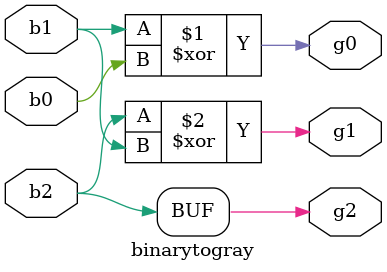
<source format=v>
`timescale 1ns / 1ps
module binarytogray(b0,b1,b2,g0,g1,g2);

    input b0,b1,b2;
    output g0,g1,g2;
    assign g0 = b1^b0;
	 assign g1 = b2^b1;	
    assign g2 = b2;
	 
endmodule

</source>
